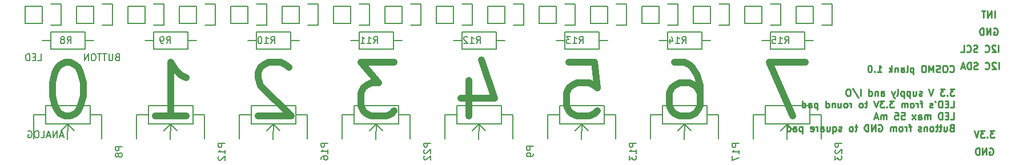
<source format=gbo>
G04 #@! TF.FileFunction,Legend,Bot*
%FSLAX46Y46*%
G04 Gerber Fmt 4.6, Leading zero omitted, Abs format (unit mm)*
G04 Created by KiCad (PCBNEW 4.0.4-1.fc25-product) date Sun Oct 23 22:01:47 2016*
%MOMM*%
%LPD*%
G01*
G04 APERTURE LIST*
%ADD10C,0.100000*%
%ADD11C,0.200000*%
%ADD12C,0.250000*%
%ADD13C,1.000000*%
%ADD14C,0.150000*%
G04 APERTURE END LIST*
D10*
D11*
X24717048Y-83986667D02*
X24240857Y-83986667D01*
X24812286Y-84272381D02*
X24478953Y-83272381D01*
X24145619Y-84272381D01*
X23812286Y-84272381D02*
X23812286Y-83272381D01*
X23240857Y-84272381D01*
X23240857Y-83272381D01*
X22812286Y-83986667D02*
X22336095Y-83986667D01*
X22907524Y-84272381D02*
X22574191Y-83272381D01*
X22240857Y-84272381D01*
X21431333Y-84272381D02*
X21907524Y-84272381D01*
X21907524Y-83272381D01*
X20907524Y-83272381D02*
X20717047Y-83272381D01*
X20621809Y-83320000D01*
X20526571Y-83415238D01*
X20478952Y-83605714D01*
X20478952Y-83939048D01*
X20526571Y-84129524D01*
X20621809Y-84224762D01*
X20717047Y-84272381D01*
X20907524Y-84272381D01*
X21002762Y-84224762D01*
X21098000Y-84129524D01*
X21145619Y-83939048D01*
X21145619Y-83605714D01*
X21098000Y-83415238D01*
X21002762Y-83320000D01*
X20907524Y-83272381D01*
X19526571Y-83320000D02*
X19621809Y-83272381D01*
X19764666Y-83272381D01*
X19907524Y-83320000D01*
X20002762Y-83415238D01*
X20050381Y-83510476D01*
X20098000Y-83700952D01*
X20098000Y-83843810D01*
X20050381Y-84034286D01*
X20002762Y-84129524D01*
X19907524Y-84224762D01*
X19764666Y-84272381D01*
X19669428Y-84272381D01*
X19526571Y-84224762D01*
X19478952Y-84177143D01*
X19478952Y-83843810D01*
X19669428Y-83843810D01*
X32741904Y-72318571D02*
X32599047Y-72366190D01*
X32551428Y-72413810D01*
X32503809Y-72509048D01*
X32503809Y-72651905D01*
X32551428Y-72747143D01*
X32599047Y-72794762D01*
X32694285Y-72842381D01*
X33075238Y-72842381D01*
X33075238Y-71842381D01*
X32741904Y-71842381D01*
X32646666Y-71890000D01*
X32599047Y-71937619D01*
X32551428Y-72032857D01*
X32551428Y-72128095D01*
X32599047Y-72223333D01*
X32646666Y-72270952D01*
X32741904Y-72318571D01*
X33075238Y-72318571D01*
X32075238Y-71842381D02*
X32075238Y-72651905D01*
X32027619Y-72747143D01*
X31980000Y-72794762D01*
X31884762Y-72842381D01*
X31694285Y-72842381D01*
X31599047Y-72794762D01*
X31551428Y-72747143D01*
X31503809Y-72651905D01*
X31503809Y-71842381D01*
X31170476Y-71842381D02*
X30599047Y-71842381D01*
X30884762Y-72842381D02*
X30884762Y-71842381D01*
X30408571Y-71842381D02*
X29837142Y-71842381D01*
X30122857Y-72842381D02*
X30122857Y-71842381D01*
X29313333Y-71842381D02*
X29122856Y-71842381D01*
X29027618Y-71890000D01*
X28932380Y-71985238D01*
X28884761Y-72175714D01*
X28884761Y-72509048D01*
X28932380Y-72699524D01*
X29027618Y-72794762D01*
X29122856Y-72842381D01*
X29313333Y-72842381D01*
X29408571Y-72794762D01*
X29503809Y-72699524D01*
X29551428Y-72509048D01*
X29551428Y-72175714D01*
X29503809Y-71985238D01*
X29408571Y-71890000D01*
X29313333Y-71842381D01*
X28456190Y-72842381D02*
X28456190Y-71842381D01*
X27884761Y-72842381D01*
X27884761Y-71842381D01*
X20962857Y-72842381D02*
X21439048Y-72842381D01*
X21439048Y-71842381D01*
X20629524Y-72318571D02*
X20296190Y-72318571D01*
X20153333Y-72842381D02*
X20629524Y-72842381D01*
X20629524Y-71842381D01*
X20153333Y-71842381D01*
X19724762Y-72842381D02*
X19724762Y-71842381D01*
X19486667Y-71842381D01*
X19343809Y-71890000D01*
X19248571Y-71985238D01*
X19200952Y-72080476D01*
X19153333Y-72270952D01*
X19153333Y-72413810D01*
X19200952Y-72604286D01*
X19248571Y-72699524D01*
X19343809Y-72794762D01*
X19486667Y-72842381D01*
X19724762Y-72842381D01*
D12*
X162829762Y-66492381D02*
X162829762Y-65492381D01*
X162353572Y-66492381D02*
X162353572Y-65492381D01*
X161782143Y-66492381D01*
X161782143Y-65492381D01*
X161448810Y-65492381D02*
X160877381Y-65492381D01*
X161163096Y-66492381D02*
X161163096Y-65492381D01*
X162686904Y-68080000D02*
X162782142Y-68032381D01*
X162924999Y-68032381D01*
X163067857Y-68080000D01*
X163163095Y-68175238D01*
X163210714Y-68270476D01*
X163258333Y-68460952D01*
X163258333Y-68603810D01*
X163210714Y-68794286D01*
X163163095Y-68889524D01*
X163067857Y-68984762D01*
X162924999Y-69032381D01*
X162829761Y-69032381D01*
X162686904Y-68984762D01*
X162639285Y-68937143D01*
X162639285Y-68603810D01*
X162829761Y-68603810D01*
X162210714Y-69032381D02*
X162210714Y-68032381D01*
X161639285Y-69032381D01*
X161639285Y-68032381D01*
X161163095Y-69032381D02*
X161163095Y-68032381D01*
X160925000Y-68032381D01*
X160782142Y-68080000D01*
X160686904Y-68175238D01*
X160639285Y-68270476D01*
X160591666Y-68460952D01*
X160591666Y-68603810D01*
X160639285Y-68794286D01*
X160686904Y-68889524D01*
X160782142Y-68984762D01*
X160925000Y-69032381D01*
X161163095Y-69032381D01*
X163393095Y-71572381D02*
X163393095Y-70572381D01*
X162964524Y-70667619D02*
X162916905Y-70620000D01*
X162821667Y-70572381D01*
X162583571Y-70572381D01*
X162488333Y-70620000D01*
X162440714Y-70667619D01*
X162393095Y-70762857D01*
X162393095Y-70858095D01*
X162440714Y-71000952D01*
X163012143Y-71572381D01*
X162393095Y-71572381D01*
X161393095Y-71477143D02*
X161440714Y-71524762D01*
X161583571Y-71572381D01*
X161678809Y-71572381D01*
X161821667Y-71524762D01*
X161916905Y-71429524D01*
X161964524Y-71334286D01*
X162012143Y-71143810D01*
X162012143Y-71000952D01*
X161964524Y-70810476D01*
X161916905Y-70715238D01*
X161821667Y-70620000D01*
X161678809Y-70572381D01*
X161583571Y-70572381D01*
X161440714Y-70620000D01*
X161393095Y-70667619D01*
X160250238Y-71524762D02*
X160107381Y-71572381D01*
X159869285Y-71572381D01*
X159774047Y-71524762D01*
X159726428Y-71477143D01*
X159678809Y-71381905D01*
X159678809Y-71286667D01*
X159726428Y-71191429D01*
X159774047Y-71143810D01*
X159869285Y-71096190D01*
X160059762Y-71048571D01*
X160155000Y-71000952D01*
X160202619Y-70953333D01*
X160250238Y-70858095D01*
X160250238Y-70762857D01*
X160202619Y-70667619D01*
X160155000Y-70620000D01*
X160059762Y-70572381D01*
X159821666Y-70572381D01*
X159678809Y-70620000D01*
X158678809Y-71477143D02*
X158726428Y-71524762D01*
X158869285Y-71572381D01*
X158964523Y-71572381D01*
X159107381Y-71524762D01*
X159202619Y-71429524D01*
X159250238Y-71334286D01*
X159297857Y-71143810D01*
X159297857Y-71000952D01*
X159250238Y-70810476D01*
X159202619Y-70715238D01*
X159107381Y-70620000D01*
X158964523Y-70572381D01*
X158869285Y-70572381D01*
X158726428Y-70620000D01*
X158678809Y-70667619D01*
X157774047Y-71572381D02*
X158250238Y-71572381D01*
X158250238Y-70572381D01*
X163416905Y-74112381D02*
X163416905Y-73112381D01*
X162988334Y-73207619D02*
X162940715Y-73160000D01*
X162845477Y-73112381D01*
X162607381Y-73112381D01*
X162512143Y-73160000D01*
X162464524Y-73207619D01*
X162416905Y-73302857D01*
X162416905Y-73398095D01*
X162464524Y-73540952D01*
X163035953Y-74112381D01*
X162416905Y-74112381D01*
X161416905Y-74017143D02*
X161464524Y-74064762D01*
X161607381Y-74112381D01*
X161702619Y-74112381D01*
X161845477Y-74064762D01*
X161940715Y-73969524D01*
X161988334Y-73874286D01*
X162035953Y-73683810D01*
X162035953Y-73540952D01*
X161988334Y-73350476D01*
X161940715Y-73255238D01*
X161845477Y-73160000D01*
X161702619Y-73112381D01*
X161607381Y-73112381D01*
X161464524Y-73160000D01*
X161416905Y-73207619D01*
X160274048Y-74064762D02*
X160131191Y-74112381D01*
X159893095Y-74112381D01*
X159797857Y-74064762D01*
X159750238Y-74017143D01*
X159702619Y-73921905D01*
X159702619Y-73826667D01*
X159750238Y-73731429D01*
X159797857Y-73683810D01*
X159893095Y-73636190D01*
X160083572Y-73588571D01*
X160178810Y-73540952D01*
X160226429Y-73493333D01*
X160274048Y-73398095D01*
X160274048Y-73302857D01*
X160226429Y-73207619D01*
X160178810Y-73160000D01*
X160083572Y-73112381D01*
X159845476Y-73112381D01*
X159702619Y-73160000D01*
X159274048Y-74112381D02*
X159274048Y-73112381D01*
X159035953Y-73112381D01*
X158893095Y-73160000D01*
X158797857Y-73255238D01*
X158750238Y-73350476D01*
X158702619Y-73540952D01*
X158702619Y-73683810D01*
X158750238Y-73874286D01*
X158797857Y-73969524D01*
X158893095Y-74064762D01*
X159035953Y-74112381D01*
X159274048Y-74112381D01*
X158321667Y-73826667D02*
X157845476Y-73826667D01*
X158416905Y-74112381D02*
X158083572Y-73112381D01*
X157750238Y-74112381D01*
X162766190Y-83272381D02*
X162147142Y-83272381D01*
X162480476Y-83653333D01*
X162337618Y-83653333D01*
X162242380Y-83700952D01*
X162194761Y-83748571D01*
X162147142Y-83843810D01*
X162147142Y-84081905D01*
X162194761Y-84177143D01*
X162242380Y-84224762D01*
X162337618Y-84272381D01*
X162623333Y-84272381D01*
X162718571Y-84224762D01*
X162766190Y-84177143D01*
X161718571Y-84177143D02*
X161670952Y-84224762D01*
X161718571Y-84272381D01*
X161766190Y-84224762D01*
X161718571Y-84177143D01*
X161718571Y-84272381D01*
X161337619Y-83272381D02*
X160718571Y-83272381D01*
X161051905Y-83653333D01*
X160909047Y-83653333D01*
X160813809Y-83700952D01*
X160766190Y-83748571D01*
X160718571Y-83843810D01*
X160718571Y-84081905D01*
X160766190Y-84177143D01*
X160813809Y-84224762D01*
X160909047Y-84272381D01*
X161194762Y-84272381D01*
X161290000Y-84224762D01*
X161337619Y-84177143D01*
X160432857Y-83272381D02*
X160099524Y-84272381D01*
X159766190Y-83272381D01*
X162051904Y-85860000D02*
X162147142Y-85812381D01*
X162289999Y-85812381D01*
X162432857Y-85860000D01*
X162528095Y-85955238D01*
X162575714Y-86050476D01*
X162623333Y-86240952D01*
X162623333Y-86383810D01*
X162575714Y-86574286D01*
X162528095Y-86669524D01*
X162432857Y-86764762D01*
X162289999Y-86812381D01*
X162194761Y-86812381D01*
X162051904Y-86764762D01*
X162004285Y-86717143D01*
X162004285Y-86383810D01*
X162194761Y-86383810D01*
X161575714Y-86812381D02*
X161575714Y-85812381D01*
X161004285Y-86812381D01*
X161004285Y-85812381D01*
X160528095Y-86812381D02*
X160528095Y-85812381D01*
X160290000Y-85812381D01*
X160147142Y-85860000D01*
X160051904Y-85955238D01*
X160004285Y-86050476D01*
X159956666Y-86240952D01*
X159956666Y-86383810D01*
X160004285Y-86574286D01*
X160051904Y-86669524D01*
X160147142Y-86764762D01*
X160290000Y-86812381D01*
X160528095Y-86812381D01*
X156162476Y-74468143D02*
X156210095Y-74515762D01*
X156352952Y-74563381D01*
X156448190Y-74563381D01*
X156591048Y-74515762D01*
X156686286Y-74420524D01*
X156733905Y-74325286D01*
X156781524Y-74134810D01*
X156781524Y-73991952D01*
X156733905Y-73801476D01*
X156686286Y-73706238D01*
X156591048Y-73611000D01*
X156448190Y-73563381D01*
X156352952Y-73563381D01*
X156210095Y-73611000D01*
X156162476Y-73658619D01*
X155543429Y-73563381D02*
X155352952Y-73563381D01*
X155257714Y-73611000D01*
X155162476Y-73706238D01*
X155114857Y-73896714D01*
X155114857Y-74230048D01*
X155162476Y-74420524D01*
X155257714Y-74515762D01*
X155352952Y-74563381D01*
X155543429Y-74563381D01*
X155638667Y-74515762D01*
X155733905Y-74420524D01*
X155781524Y-74230048D01*
X155781524Y-73896714D01*
X155733905Y-73706238D01*
X155638667Y-73611000D01*
X155543429Y-73563381D01*
X154733905Y-74515762D02*
X154591048Y-74563381D01*
X154352952Y-74563381D01*
X154257714Y-74515762D01*
X154210095Y-74468143D01*
X154162476Y-74372905D01*
X154162476Y-74277667D01*
X154210095Y-74182429D01*
X154257714Y-74134810D01*
X154352952Y-74087190D01*
X154543429Y-74039571D01*
X154638667Y-73991952D01*
X154686286Y-73944333D01*
X154733905Y-73849095D01*
X154733905Y-73753857D01*
X154686286Y-73658619D01*
X154638667Y-73611000D01*
X154543429Y-73563381D01*
X154305333Y-73563381D01*
X154162476Y-73611000D01*
X153733905Y-74563381D02*
X153733905Y-73563381D01*
X153400571Y-74277667D01*
X153067238Y-73563381D01*
X153067238Y-74563381D01*
X152400572Y-73563381D02*
X152210095Y-73563381D01*
X152114857Y-73611000D01*
X152019619Y-73706238D01*
X151972000Y-73896714D01*
X151972000Y-74230048D01*
X152019619Y-74420524D01*
X152114857Y-74515762D01*
X152210095Y-74563381D01*
X152400572Y-74563381D01*
X152495810Y-74515762D01*
X152591048Y-74420524D01*
X152638667Y-74230048D01*
X152638667Y-73896714D01*
X152591048Y-73706238D01*
X152495810Y-73611000D01*
X152400572Y-73563381D01*
X150781524Y-73896714D02*
X150781524Y-74896714D01*
X150781524Y-73944333D02*
X150686286Y-73896714D01*
X150495809Y-73896714D01*
X150400571Y-73944333D01*
X150352952Y-73991952D01*
X150305333Y-74087190D01*
X150305333Y-74372905D01*
X150352952Y-74468143D01*
X150400571Y-74515762D01*
X150495809Y-74563381D01*
X150686286Y-74563381D01*
X150781524Y-74515762D01*
X149733905Y-74563381D02*
X149829143Y-74515762D01*
X149876762Y-74420524D01*
X149876762Y-73563381D01*
X148924380Y-74563381D02*
X148924380Y-74039571D01*
X148971999Y-73944333D01*
X149067237Y-73896714D01*
X149257714Y-73896714D01*
X149352952Y-73944333D01*
X148924380Y-74515762D02*
X149019618Y-74563381D01*
X149257714Y-74563381D01*
X149352952Y-74515762D01*
X149400571Y-74420524D01*
X149400571Y-74325286D01*
X149352952Y-74230048D01*
X149257714Y-74182429D01*
X149019618Y-74182429D01*
X148924380Y-74134810D01*
X148448190Y-73896714D02*
X148448190Y-74563381D01*
X148448190Y-73991952D02*
X148400571Y-73944333D01*
X148305333Y-73896714D01*
X148162475Y-73896714D01*
X148067237Y-73944333D01*
X148019618Y-74039571D01*
X148019618Y-74563381D01*
X147543428Y-74563381D02*
X147543428Y-73563381D01*
X147448190Y-74182429D02*
X147162475Y-74563381D01*
X147162475Y-73896714D02*
X147543428Y-74277667D01*
X145448189Y-74563381D02*
X146019618Y-74563381D01*
X145733904Y-74563381D02*
X145733904Y-73563381D01*
X145829142Y-73706238D01*
X145924380Y-73801476D01*
X146019618Y-73849095D01*
X145019618Y-74468143D02*
X144971999Y-74515762D01*
X145019618Y-74563381D01*
X145067237Y-74515762D01*
X145019618Y-74468143D01*
X145019618Y-74563381D01*
X144352952Y-73563381D02*
X144257713Y-73563381D01*
X144162475Y-73611000D01*
X144114856Y-73658619D01*
X144067237Y-73753857D01*
X144019618Y-73944333D01*
X144019618Y-74182429D01*
X144067237Y-74372905D01*
X144114856Y-74468143D01*
X144162475Y-74515762D01*
X144257713Y-74563381D01*
X144352952Y-74563381D01*
X144448190Y-74515762D01*
X144495809Y-74468143D01*
X144543428Y-74372905D01*
X144591047Y-74182429D01*
X144591047Y-73944333D01*
X144543428Y-73753857D01*
X144495809Y-73658619D01*
X144448190Y-73611000D01*
X144352952Y-73563381D01*
X156829143Y-77063381D02*
X156210095Y-77063381D01*
X156543429Y-77444333D01*
X156400571Y-77444333D01*
X156305333Y-77491952D01*
X156257714Y-77539571D01*
X156210095Y-77634810D01*
X156210095Y-77872905D01*
X156257714Y-77968143D01*
X156305333Y-78015762D01*
X156400571Y-78063381D01*
X156686286Y-78063381D01*
X156781524Y-78015762D01*
X156829143Y-77968143D01*
X155781524Y-77968143D02*
X155733905Y-78015762D01*
X155781524Y-78063381D01*
X155829143Y-78015762D01*
X155781524Y-77968143D01*
X155781524Y-78063381D01*
X155400572Y-77063381D02*
X154781524Y-77063381D01*
X155114858Y-77444333D01*
X154972000Y-77444333D01*
X154876762Y-77491952D01*
X154829143Y-77539571D01*
X154781524Y-77634810D01*
X154781524Y-77872905D01*
X154829143Y-77968143D01*
X154876762Y-78015762D01*
X154972000Y-78063381D01*
X155257715Y-78063381D01*
X155352953Y-78015762D01*
X155400572Y-77968143D01*
X153733905Y-77063381D02*
X153400572Y-78063381D01*
X153067238Y-77063381D01*
X152019619Y-78015762D02*
X151924381Y-78063381D01*
X151733905Y-78063381D01*
X151638666Y-78015762D01*
X151591047Y-77920524D01*
X151591047Y-77872905D01*
X151638666Y-77777667D01*
X151733905Y-77730048D01*
X151876762Y-77730048D01*
X151972000Y-77682429D01*
X152019619Y-77587190D01*
X152019619Y-77539571D01*
X151972000Y-77444333D01*
X151876762Y-77396714D01*
X151733905Y-77396714D01*
X151638666Y-77444333D01*
X150733904Y-77396714D02*
X150733904Y-78063381D01*
X151162476Y-77396714D02*
X151162476Y-77920524D01*
X151114857Y-78015762D01*
X151019619Y-78063381D01*
X150876761Y-78063381D01*
X150781523Y-78015762D01*
X150733904Y-77968143D01*
X150257714Y-77396714D02*
X150257714Y-78396714D01*
X150257714Y-77444333D02*
X150162476Y-77396714D01*
X149971999Y-77396714D01*
X149876761Y-77444333D01*
X149829142Y-77491952D01*
X149781523Y-77587190D01*
X149781523Y-77872905D01*
X149829142Y-77968143D01*
X149876761Y-78015762D01*
X149971999Y-78063381D01*
X150162476Y-78063381D01*
X150257714Y-78015762D01*
X149352952Y-77396714D02*
X149352952Y-78396714D01*
X149352952Y-77444333D02*
X149257714Y-77396714D01*
X149067237Y-77396714D01*
X148971999Y-77444333D01*
X148924380Y-77491952D01*
X148876761Y-77587190D01*
X148876761Y-77872905D01*
X148924380Y-77968143D01*
X148971999Y-78015762D01*
X149067237Y-78063381D01*
X149257714Y-78063381D01*
X149352952Y-78015762D01*
X148305333Y-78063381D02*
X148400571Y-78015762D01*
X148448190Y-77920524D01*
X148448190Y-77063381D01*
X148019618Y-77396714D02*
X147781523Y-78063381D01*
X147543427Y-77396714D02*
X147781523Y-78063381D01*
X147876761Y-78301476D01*
X147924380Y-78349095D01*
X148019618Y-78396714D01*
X145971998Y-78063381D02*
X145971998Y-77539571D01*
X146019617Y-77444333D01*
X146114855Y-77396714D01*
X146305332Y-77396714D01*
X146400570Y-77444333D01*
X145971998Y-78015762D02*
X146067236Y-78063381D01*
X146305332Y-78063381D01*
X146400570Y-78015762D01*
X146448189Y-77920524D01*
X146448189Y-77825286D01*
X146400570Y-77730048D01*
X146305332Y-77682429D01*
X146067236Y-77682429D01*
X145971998Y-77634810D01*
X145495808Y-77396714D02*
X145495808Y-78063381D01*
X145495808Y-77491952D02*
X145448189Y-77444333D01*
X145352951Y-77396714D01*
X145210093Y-77396714D01*
X145114855Y-77444333D01*
X145067236Y-77539571D01*
X145067236Y-78063381D01*
X144162474Y-78063381D02*
X144162474Y-77063381D01*
X144162474Y-78015762D02*
X144257712Y-78063381D01*
X144448189Y-78063381D01*
X144543427Y-78015762D01*
X144591046Y-77968143D01*
X144638665Y-77872905D01*
X144638665Y-77587190D01*
X144591046Y-77491952D01*
X144543427Y-77444333D01*
X144448189Y-77396714D01*
X144257712Y-77396714D01*
X144162474Y-77444333D01*
X142924379Y-78063381D02*
X142924379Y-77063381D01*
X141733903Y-77015762D02*
X142591046Y-78301476D01*
X141210094Y-77063381D02*
X141019617Y-77063381D01*
X140924379Y-77111000D01*
X140829141Y-77206238D01*
X140781522Y-77396714D01*
X140781522Y-77730048D01*
X140829141Y-77920524D01*
X140924379Y-78015762D01*
X141019617Y-78063381D01*
X141210094Y-78063381D01*
X141305332Y-78015762D01*
X141400570Y-77920524D01*
X141448189Y-77730048D01*
X141448189Y-77396714D01*
X141400570Y-77206238D01*
X141305332Y-77111000D01*
X141210094Y-77063381D01*
X156257714Y-79813381D02*
X156733905Y-79813381D01*
X156733905Y-78813381D01*
X155924381Y-79289571D02*
X155591047Y-79289571D01*
X155448190Y-79813381D02*
X155924381Y-79813381D01*
X155924381Y-78813381D01*
X155448190Y-78813381D01*
X155019619Y-79813381D02*
X155019619Y-78813381D01*
X154781524Y-78813381D01*
X154638666Y-78861000D01*
X154543428Y-78956238D01*
X154495809Y-79051476D01*
X154448190Y-79241952D01*
X154448190Y-79384810D01*
X154495809Y-79575286D01*
X154543428Y-79670524D01*
X154638666Y-79765762D01*
X154781524Y-79813381D01*
X155019619Y-79813381D01*
X153972000Y-78813381D02*
X154067238Y-79003857D01*
X153591048Y-79765762D02*
X153495810Y-79813381D01*
X153305334Y-79813381D01*
X153210095Y-79765762D01*
X153162476Y-79670524D01*
X153162476Y-79622905D01*
X153210095Y-79527667D01*
X153305334Y-79480048D01*
X153448191Y-79480048D01*
X153543429Y-79432429D01*
X153591048Y-79337190D01*
X153591048Y-79289571D01*
X153543429Y-79194333D01*
X153448191Y-79146714D01*
X153305334Y-79146714D01*
X153210095Y-79194333D01*
X152114857Y-79146714D02*
X151733905Y-79146714D01*
X151972000Y-79813381D02*
X151972000Y-78956238D01*
X151924381Y-78861000D01*
X151829143Y-78813381D01*
X151733905Y-78813381D01*
X151400571Y-79813381D02*
X151400571Y-79146714D01*
X151400571Y-79337190D02*
X151352952Y-79241952D01*
X151305333Y-79194333D01*
X151210095Y-79146714D01*
X151114856Y-79146714D01*
X150638666Y-79813381D02*
X150733904Y-79765762D01*
X150781523Y-79718143D01*
X150829142Y-79622905D01*
X150829142Y-79337190D01*
X150781523Y-79241952D01*
X150733904Y-79194333D01*
X150638666Y-79146714D01*
X150495808Y-79146714D01*
X150400570Y-79194333D01*
X150352951Y-79241952D01*
X150305332Y-79337190D01*
X150305332Y-79622905D01*
X150352951Y-79718143D01*
X150400570Y-79765762D01*
X150495808Y-79813381D01*
X150638666Y-79813381D01*
X149876761Y-79813381D02*
X149876761Y-79146714D01*
X149876761Y-79241952D02*
X149829142Y-79194333D01*
X149733904Y-79146714D01*
X149591046Y-79146714D01*
X149495808Y-79194333D01*
X149448189Y-79289571D01*
X149448189Y-79813381D01*
X149448189Y-79289571D02*
X149400570Y-79194333D01*
X149305332Y-79146714D01*
X149162475Y-79146714D01*
X149067237Y-79194333D01*
X149019618Y-79289571D01*
X149019618Y-79813381D01*
X147876761Y-78813381D02*
X147257713Y-78813381D01*
X147591047Y-79194333D01*
X147448189Y-79194333D01*
X147352951Y-79241952D01*
X147305332Y-79289571D01*
X147257713Y-79384810D01*
X147257713Y-79622905D01*
X147305332Y-79718143D01*
X147352951Y-79765762D01*
X147448189Y-79813381D01*
X147733904Y-79813381D01*
X147829142Y-79765762D01*
X147876761Y-79718143D01*
X146829142Y-79718143D02*
X146781523Y-79765762D01*
X146829142Y-79813381D01*
X146876761Y-79765762D01*
X146829142Y-79718143D01*
X146829142Y-79813381D01*
X146448190Y-78813381D02*
X145829142Y-78813381D01*
X146162476Y-79194333D01*
X146019618Y-79194333D01*
X145924380Y-79241952D01*
X145876761Y-79289571D01*
X145829142Y-79384810D01*
X145829142Y-79622905D01*
X145876761Y-79718143D01*
X145924380Y-79765762D01*
X146019618Y-79813381D01*
X146305333Y-79813381D01*
X146400571Y-79765762D01*
X146448190Y-79718143D01*
X145543428Y-78813381D02*
X145210095Y-79813381D01*
X144876761Y-78813381D01*
X143924380Y-79146714D02*
X143543428Y-79146714D01*
X143781523Y-78813381D02*
X143781523Y-79670524D01*
X143733904Y-79765762D01*
X143638666Y-79813381D01*
X143543428Y-79813381D01*
X143067237Y-79813381D02*
X143162475Y-79765762D01*
X143210094Y-79718143D01*
X143257713Y-79622905D01*
X143257713Y-79337190D01*
X143210094Y-79241952D01*
X143162475Y-79194333D01*
X143067237Y-79146714D01*
X142924379Y-79146714D01*
X142829141Y-79194333D01*
X142781522Y-79241952D01*
X142733903Y-79337190D01*
X142733903Y-79622905D01*
X142781522Y-79718143D01*
X142829141Y-79765762D01*
X142924379Y-79813381D01*
X143067237Y-79813381D01*
X141543427Y-79813381D02*
X141543427Y-79146714D01*
X141543427Y-79337190D02*
X141495808Y-79241952D01*
X141448189Y-79194333D01*
X141352951Y-79146714D01*
X141257712Y-79146714D01*
X140781522Y-79813381D02*
X140876760Y-79765762D01*
X140924379Y-79718143D01*
X140971998Y-79622905D01*
X140971998Y-79337190D01*
X140924379Y-79241952D01*
X140876760Y-79194333D01*
X140781522Y-79146714D01*
X140638664Y-79146714D01*
X140543426Y-79194333D01*
X140495807Y-79241952D01*
X140448188Y-79337190D01*
X140448188Y-79622905D01*
X140495807Y-79718143D01*
X140543426Y-79765762D01*
X140638664Y-79813381D01*
X140781522Y-79813381D01*
X139591045Y-79146714D02*
X139591045Y-79813381D01*
X140019617Y-79146714D02*
X140019617Y-79670524D01*
X139971998Y-79765762D01*
X139876760Y-79813381D01*
X139733902Y-79813381D01*
X139638664Y-79765762D01*
X139591045Y-79718143D01*
X139114855Y-79146714D02*
X139114855Y-79813381D01*
X139114855Y-79241952D02*
X139067236Y-79194333D01*
X138971998Y-79146714D01*
X138829140Y-79146714D01*
X138733902Y-79194333D01*
X138686283Y-79289571D01*
X138686283Y-79813381D01*
X137781521Y-79813381D02*
X137781521Y-78813381D01*
X137781521Y-79765762D02*
X137876759Y-79813381D01*
X138067236Y-79813381D01*
X138162474Y-79765762D01*
X138210093Y-79718143D01*
X138257712Y-79622905D01*
X138257712Y-79337190D01*
X138210093Y-79241952D01*
X138162474Y-79194333D01*
X138067236Y-79146714D01*
X137876759Y-79146714D01*
X137781521Y-79194333D01*
X136543426Y-79146714D02*
X136543426Y-80146714D01*
X136543426Y-79194333D02*
X136448188Y-79146714D01*
X136257711Y-79146714D01*
X136162473Y-79194333D01*
X136114854Y-79241952D01*
X136067235Y-79337190D01*
X136067235Y-79622905D01*
X136114854Y-79718143D01*
X136162473Y-79765762D01*
X136257711Y-79813381D01*
X136448188Y-79813381D01*
X136543426Y-79765762D01*
X135210092Y-79813381D02*
X135210092Y-79289571D01*
X135257711Y-79194333D01*
X135352949Y-79146714D01*
X135543426Y-79146714D01*
X135638664Y-79194333D01*
X135210092Y-79765762D02*
X135305330Y-79813381D01*
X135543426Y-79813381D01*
X135638664Y-79765762D01*
X135686283Y-79670524D01*
X135686283Y-79575286D01*
X135638664Y-79480048D01*
X135543426Y-79432429D01*
X135305330Y-79432429D01*
X135210092Y-79384810D01*
X134305330Y-79813381D02*
X134305330Y-78813381D01*
X134305330Y-79765762D02*
X134400568Y-79813381D01*
X134591045Y-79813381D01*
X134686283Y-79765762D01*
X134733902Y-79718143D01*
X134781521Y-79622905D01*
X134781521Y-79337190D01*
X134733902Y-79241952D01*
X134686283Y-79194333D01*
X134591045Y-79146714D01*
X134400568Y-79146714D01*
X134305330Y-79194333D01*
X156257714Y-81563381D02*
X156733905Y-81563381D01*
X156733905Y-80563381D01*
X155924381Y-81039571D02*
X155591047Y-81039571D01*
X155448190Y-81563381D02*
X155924381Y-81563381D01*
X155924381Y-80563381D01*
X155448190Y-80563381D01*
X155019619Y-81563381D02*
X155019619Y-80563381D01*
X154781524Y-80563381D01*
X154638666Y-80611000D01*
X154543428Y-80706238D01*
X154495809Y-80801476D01*
X154448190Y-80991952D01*
X154448190Y-81134810D01*
X154495809Y-81325286D01*
X154543428Y-81420524D01*
X154638666Y-81515762D01*
X154781524Y-81563381D01*
X155019619Y-81563381D01*
X153257714Y-81563381D02*
X153257714Y-80896714D01*
X153257714Y-80991952D02*
X153210095Y-80944333D01*
X153114857Y-80896714D01*
X152971999Y-80896714D01*
X152876761Y-80944333D01*
X152829142Y-81039571D01*
X152829142Y-81563381D01*
X152829142Y-81039571D02*
X152781523Y-80944333D01*
X152686285Y-80896714D01*
X152543428Y-80896714D01*
X152448190Y-80944333D01*
X152400571Y-81039571D01*
X152400571Y-81563381D01*
X151495809Y-81563381D02*
X151495809Y-81039571D01*
X151543428Y-80944333D01*
X151638666Y-80896714D01*
X151829143Y-80896714D01*
X151924381Y-80944333D01*
X151495809Y-81515762D02*
X151591047Y-81563381D01*
X151829143Y-81563381D01*
X151924381Y-81515762D01*
X151972000Y-81420524D01*
X151972000Y-81325286D01*
X151924381Y-81230048D01*
X151829143Y-81182429D01*
X151591047Y-81182429D01*
X151495809Y-81134810D01*
X151114857Y-81563381D02*
X150591047Y-80896714D01*
X151114857Y-80896714D02*
X150591047Y-81563381D01*
X148971999Y-80563381D02*
X149448190Y-80563381D01*
X149495809Y-81039571D01*
X149448190Y-80991952D01*
X149352952Y-80944333D01*
X149114856Y-80944333D01*
X149019618Y-80991952D01*
X148971999Y-81039571D01*
X148924380Y-81134810D01*
X148924380Y-81372905D01*
X148971999Y-81468143D01*
X149019618Y-81515762D01*
X149114856Y-81563381D01*
X149352952Y-81563381D01*
X149448190Y-81515762D01*
X149495809Y-81468143D01*
X148019618Y-80563381D02*
X148495809Y-80563381D01*
X148543428Y-81039571D01*
X148495809Y-80991952D01*
X148400571Y-80944333D01*
X148162475Y-80944333D01*
X148067237Y-80991952D01*
X148019618Y-81039571D01*
X147971999Y-81134810D01*
X147971999Y-81372905D01*
X148019618Y-81468143D01*
X148067237Y-81515762D01*
X148162475Y-81563381D01*
X148400571Y-81563381D01*
X148495809Y-81515762D01*
X148543428Y-81468143D01*
X146781523Y-81563381D02*
X146781523Y-80896714D01*
X146781523Y-80991952D02*
X146733904Y-80944333D01*
X146638666Y-80896714D01*
X146495808Y-80896714D01*
X146400570Y-80944333D01*
X146352951Y-81039571D01*
X146352951Y-81563381D01*
X146352951Y-81039571D02*
X146305332Y-80944333D01*
X146210094Y-80896714D01*
X146067237Y-80896714D01*
X145971999Y-80944333D01*
X145924380Y-81039571D01*
X145924380Y-81563381D01*
X145495809Y-81277667D02*
X145019618Y-81277667D01*
X145591047Y-81563381D02*
X145257714Y-80563381D01*
X144924380Y-81563381D01*
X156400571Y-82789571D02*
X156257714Y-82837190D01*
X156210095Y-82884810D01*
X156162476Y-82980048D01*
X156162476Y-83122905D01*
X156210095Y-83218143D01*
X156257714Y-83265762D01*
X156352952Y-83313381D01*
X156733905Y-83313381D01*
X156733905Y-82313381D01*
X156400571Y-82313381D01*
X156305333Y-82361000D01*
X156257714Y-82408619D01*
X156210095Y-82503857D01*
X156210095Y-82599095D01*
X156257714Y-82694333D01*
X156305333Y-82741952D01*
X156400571Y-82789571D01*
X156733905Y-82789571D01*
X155305333Y-82646714D02*
X155305333Y-83313381D01*
X155733905Y-82646714D02*
X155733905Y-83170524D01*
X155686286Y-83265762D01*
X155591048Y-83313381D01*
X155448190Y-83313381D01*
X155352952Y-83265762D01*
X155305333Y-83218143D01*
X154972000Y-82646714D02*
X154591048Y-82646714D01*
X154829143Y-82313381D02*
X154829143Y-83170524D01*
X154781524Y-83265762D01*
X154686286Y-83313381D01*
X154591048Y-83313381D01*
X154400571Y-82646714D02*
X154019619Y-82646714D01*
X154257714Y-82313381D02*
X154257714Y-83170524D01*
X154210095Y-83265762D01*
X154114857Y-83313381D01*
X154019619Y-83313381D01*
X153543428Y-83313381D02*
X153638666Y-83265762D01*
X153686285Y-83218143D01*
X153733904Y-83122905D01*
X153733904Y-82837190D01*
X153686285Y-82741952D01*
X153638666Y-82694333D01*
X153543428Y-82646714D01*
X153400570Y-82646714D01*
X153305332Y-82694333D01*
X153257713Y-82741952D01*
X153210094Y-82837190D01*
X153210094Y-83122905D01*
X153257713Y-83218143D01*
X153305332Y-83265762D01*
X153400570Y-83313381D01*
X153543428Y-83313381D01*
X152781523Y-82646714D02*
X152781523Y-83313381D01*
X152781523Y-82741952D02*
X152733904Y-82694333D01*
X152638666Y-82646714D01*
X152495808Y-82646714D01*
X152400570Y-82694333D01*
X152352951Y-82789571D01*
X152352951Y-83313381D01*
X151924380Y-83265762D02*
X151829142Y-83313381D01*
X151638666Y-83313381D01*
X151543427Y-83265762D01*
X151495808Y-83170524D01*
X151495808Y-83122905D01*
X151543427Y-83027667D01*
X151638666Y-82980048D01*
X151781523Y-82980048D01*
X151876761Y-82932429D01*
X151924380Y-82837190D01*
X151924380Y-82789571D01*
X151876761Y-82694333D01*
X151781523Y-82646714D01*
X151638666Y-82646714D01*
X151543427Y-82694333D01*
X150448189Y-82646714D02*
X150067237Y-82646714D01*
X150305332Y-83313381D02*
X150305332Y-82456238D01*
X150257713Y-82361000D01*
X150162475Y-82313381D01*
X150067237Y-82313381D01*
X149733903Y-83313381D02*
X149733903Y-82646714D01*
X149733903Y-82837190D02*
X149686284Y-82741952D01*
X149638665Y-82694333D01*
X149543427Y-82646714D01*
X149448188Y-82646714D01*
X148971998Y-83313381D02*
X149067236Y-83265762D01*
X149114855Y-83218143D01*
X149162474Y-83122905D01*
X149162474Y-82837190D01*
X149114855Y-82741952D01*
X149067236Y-82694333D01*
X148971998Y-82646714D01*
X148829140Y-82646714D01*
X148733902Y-82694333D01*
X148686283Y-82741952D01*
X148638664Y-82837190D01*
X148638664Y-83122905D01*
X148686283Y-83218143D01*
X148733902Y-83265762D01*
X148829140Y-83313381D01*
X148971998Y-83313381D01*
X148210093Y-83313381D02*
X148210093Y-82646714D01*
X148210093Y-82741952D02*
X148162474Y-82694333D01*
X148067236Y-82646714D01*
X147924378Y-82646714D01*
X147829140Y-82694333D01*
X147781521Y-82789571D01*
X147781521Y-83313381D01*
X147781521Y-82789571D02*
X147733902Y-82694333D01*
X147638664Y-82646714D01*
X147495807Y-82646714D01*
X147400569Y-82694333D01*
X147352950Y-82789571D01*
X147352950Y-83313381D01*
X145591045Y-82361000D02*
X145686283Y-82313381D01*
X145829140Y-82313381D01*
X145971998Y-82361000D01*
X146067236Y-82456238D01*
X146114855Y-82551476D01*
X146162474Y-82741952D01*
X146162474Y-82884810D01*
X146114855Y-83075286D01*
X146067236Y-83170524D01*
X145971998Y-83265762D01*
X145829140Y-83313381D01*
X145733902Y-83313381D01*
X145591045Y-83265762D01*
X145543426Y-83218143D01*
X145543426Y-82884810D01*
X145733902Y-82884810D01*
X145114855Y-83313381D02*
X145114855Y-82313381D01*
X144543426Y-83313381D01*
X144543426Y-82313381D01*
X144067236Y-83313381D02*
X144067236Y-82313381D01*
X143829141Y-82313381D01*
X143686283Y-82361000D01*
X143591045Y-82456238D01*
X143543426Y-82551476D01*
X143495807Y-82741952D01*
X143495807Y-82884810D01*
X143543426Y-83075286D01*
X143591045Y-83170524D01*
X143686283Y-83265762D01*
X143829141Y-83313381D01*
X144067236Y-83313381D01*
X142448188Y-82646714D02*
X142067236Y-82646714D01*
X142305331Y-82313381D02*
X142305331Y-83170524D01*
X142257712Y-83265762D01*
X142162474Y-83313381D01*
X142067236Y-83313381D01*
X141591045Y-83313381D02*
X141686283Y-83265762D01*
X141733902Y-83218143D01*
X141781521Y-83122905D01*
X141781521Y-82837190D01*
X141733902Y-82741952D01*
X141686283Y-82694333D01*
X141591045Y-82646714D01*
X141448187Y-82646714D01*
X141352949Y-82694333D01*
X141305330Y-82741952D01*
X141257711Y-82837190D01*
X141257711Y-83122905D01*
X141305330Y-83218143D01*
X141352949Y-83265762D01*
X141448187Y-83313381D01*
X141591045Y-83313381D01*
X140114854Y-83265762D02*
X140019616Y-83313381D01*
X139829140Y-83313381D01*
X139733901Y-83265762D01*
X139686282Y-83170524D01*
X139686282Y-83122905D01*
X139733901Y-83027667D01*
X139829140Y-82980048D01*
X139971997Y-82980048D01*
X140067235Y-82932429D01*
X140114854Y-82837190D01*
X140114854Y-82789571D01*
X140067235Y-82694333D01*
X139971997Y-82646714D01*
X139829140Y-82646714D01*
X139733901Y-82694333D01*
X138829139Y-82646714D02*
X138829139Y-83646714D01*
X138829139Y-83265762D02*
X138924377Y-83313381D01*
X139114854Y-83313381D01*
X139210092Y-83265762D01*
X139257711Y-83218143D01*
X139305330Y-83122905D01*
X139305330Y-82837190D01*
X139257711Y-82741952D01*
X139210092Y-82694333D01*
X139114854Y-82646714D01*
X138924377Y-82646714D01*
X138829139Y-82694333D01*
X137924377Y-82646714D02*
X137924377Y-83313381D01*
X138352949Y-82646714D02*
X138352949Y-83170524D01*
X138305330Y-83265762D01*
X138210092Y-83313381D01*
X138067234Y-83313381D01*
X137971996Y-83265762D01*
X137924377Y-83218143D01*
X137019615Y-83313381D02*
X137019615Y-82789571D01*
X137067234Y-82694333D01*
X137162472Y-82646714D01*
X137352949Y-82646714D01*
X137448187Y-82694333D01*
X137019615Y-83265762D02*
X137114853Y-83313381D01*
X137352949Y-83313381D01*
X137448187Y-83265762D01*
X137495806Y-83170524D01*
X137495806Y-83075286D01*
X137448187Y-82980048D01*
X137352949Y-82932429D01*
X137114853Y-82932429D01*
X137019615Y-82884810D01*
X136543425Y-83313381D02*
X136543425Y-82646714D01*
X136543425Y-82837190D02*
X136495806Y-82741952D01*
X136448187Y-82694333D01*
X136352949Y-82646714D01*
X136257710Y-82646714D01*
X135543424Y-83265762D02*
X135638662Y-83313381D01*
X135829139Y-83313381D01*
X135924377Y-83265762D01*
X135971996Y-83170524D01*
X135971996Y-82789571D01*
X135924377Y-82694333D01*
X135829139Y-82646714D01*
X135638662Y-82646714D01*
X135543424Y-82694333D01*
X135495805Y-82789571D01*
X135495805Y-82884810D01*
X135971996Y-82980048D01*
X134305329Y-82646714D02*
X134305329Y-83646714D01*
X134305329Y-82694333D02*
X134210091Y-82646714D01*
X134019614Y-82646714D01*
X133924376Y-82694333D01*
X133876757Y-82741952D01*
X133829138Y-82837190D01*
X133829138Y-83122905D01*
X133876757Y-83218143D01*
X133924376Y-83265762D01*
X134019614Y-83313381D01*
X134210091Y-83313381D01*
X134305329Y-83265762D01*
X132971995Y-83313381D02*
X132971995Y-82789571D01*
X133019614Y-82694333D01*
X133114852Y-82646714D01*
X133305329Y-82646714D01*
X133400567Y-82694333D01*
X132971995Y-83265762D02*
X133067233Y-83313381D01*
X133305329Y-83313381D01*
X133400567Y-83265762D01*
X133448186Y-83170524D01*
X133448186Y-83075286D01*
X133400567Y-82980048D01*
X133305329Y-82932429D01*
X133067233Y-82932429D01*
X132971995Y-82884810D01*
X132067233Y-83313381D02*
X132067233Y-82313381D01*
X132067233Y-83265762D02*
X132162471Y-83313381D01*
X132352948Y-83313381D01*
X132448186Y-83265762D01*
X132495805Y-83218143D01*
X132543424Y-83122905D01*
X132543424Y-82837190D01*
X132495805Y-82741952D01*
X132448186Y-82694333D01*
X132352948Y-82646714D01*
X132162471Y-82646714D01*
X132067233Y-82694333D01*
D13*
X134746667Y-73089048D02*
X129413334Y-73089048D01*
X132841905Y-81089048D01*
X115316191Y-73089048D02*
X116840000Y-73089048D01*
X117601905Y-73470000D01*
X117982857Y-73850952D01*
X118744762Y-74993810D01*
X119125714Y-76517619D01*
X119125714Y-79565238D01*
X118744762Y-80327143D01*
X118363810Y-80708095D01*
X117601905Y-81089048D01*
X116078095Y-81089048D01*
X115316191Y-80708095D01*
X114935238Y-80327143D01*
X114554286Y-79565238D01*
X114554286Y-77660476D01*
X114935238Y-76898571D01*
X115316191Y-76517619D01*
X116078095Y-76136667D01*
X117601905Y-76136667D01*
X118363810Y-76517619D01*
X118744762Y-76898571D01*
X119125714Y-77660476D01*
X99695238Y-73089048D02*
X103504762Y-73089048D01*
X103885714Y-76898571D01*
X103504762Y-76517619D01*
X102742857Y-76136667D01*
X100838095Y-76136667D01*
X100076191Y-76517619D01*
X99695238Y-76898571D01*
X99314286Y-77660476D01*
X99314286Y-79565238D01*
X99695238Y-80327143D01*
X100076191Y-80708095D01*
X100838095Y-81089048D01*
X102742857Y-81089048D01*
X103504762Y-80708095D01*
X103885714Y-80327143D01*
X84836191Y-75755714D02*
X84836191Y-81089048D01*
X86740953Y-72708095D02*
X88645714Y-78422381D01*
X83693334Y-78422381D01*
X73786667Y-73089048D02*
X68834286Y-73089048D01*
X71500953Y-76136667D01*
X70358095Y-76136667D01*
X69596191Y-76517619D01*
X69215238Y-76898571D01*
X68834286Y-77660476D01*
X68834286Y-79565238D01*
X69215238Y-80327143D01*
X69596191Y-80708095D01*
X70358095Y-81089048D01*
X72643810Y-81089048D01*
X73405714Y-80708095D01*
X73786667Y-80327143D01*
X58165714Y-73850952D02*
X57784762Y-73470000D01*
X57022857Y-73089048D01*
X55118095Y-73089048D01*
X54356191Y-73470000D01*
X53975238Y-73850952D01*
X53594286Y-74612857D01*
X53594286Y-75374762D01*
X53975238Y-76517619D01*
X58546667Y-81089048D01*
X53594286Y-81089048D01*
X38354286Y-81089048D02*
X42925714Y-81089048D01*
X40640000Y-81089048D02*
X40640000Y-73089048D01*
X41401905Y-74231905D01*
X42163810Y-74993810D01*
X42925714Y-75374762D01*
X25780953Y-73089048D02*
X25019048Y-73089048D01*
X24257143Y-73470000D01*
X23876191Y-73850952D01*
X23495238Y-74612857D01*
X23114286Y-76136667D01*
X23114286Y-78041429D01*
X23495238Y-79565238D01*
X23876191Y-80327143D01*
X24257143Y-80708095D01*
X25019048Y-81089048D01*
X25780953Y-81089048D01*
X26542857Y-80708095D01*
X26923810Y-80327143D01*
X27304762Y-79565238D01*
X27685714Y-78041429D01*
X27685714Y-76136667D01*
X27304762Y-74612857D01*
X26923810Y-73850952D01*
X26542857Y-73470000D01*
X25780953Y-73089048D01*
D14*
X20350480Y-80860900D02*
X20350480Y-84409280D01*
X22100540Y-80860900D02*
X20350480Y-80860900D01*
X28699460Y-80860900D02*
X30449520Y-80860900D01*
X30449520Y-80860900D02*
X30449520Y-84460080D01*
X25400000Y-82260440D02*
X25349200Y-84510880D01*
X25400000Y-82260440D02*
X24450040Y-83261200D01*
X25349200Y-82260440D02*
X26349960Y-83210400D01*
X28699460Y-82260440D02*
X28699460Y-79560420D01*
X28699460Y-79560420D02*
X22100540Y-79560420D01*
X22100540Y-79560420D02*
X22100540Y-82260440D01*
X22100540Y-82260440D02*
X28699460Y-82260440D01*
X29210000Y-64770000D02*
X26670000Y-64770000D01*
X32030000Y-64490000D02*
X30480000Y-64490000D01*
X29210000Y-64770000D02*
X29210000Y-67310000D01*
X30480000Y-67590000D02*
X32030000Y-67590000D01*
X32030000Y-67590000D02*
X32030000Y-64490000D01*
X29210000Y-67310000D02*
X26670000Y-67310000D01*
X26670000Y-67310000D02*
X26670000Y-64770000D01*
X44450000Y-64770000D02*
X41910000Y-64770000D01*
X47270000Y-64490000D02*
X45720000Y-64490000D01*
X44450000Y-64770000D02*
X44450000Y-67310000D01*
X45720000Y-67590000D02*
X47270000Y-67590000D01*
X47270000Y-67590000D02*
X47270000Y-64490000D01*
X44450000Y-67310000D02*
X41910000Y-67310000D01*
X41910000Y-67310000D02*
X41910000Y-64770000D01*
X59690000Y-64770000D02*
X57150000Y-64770000D01*
X62510000Y-64490000D02*
X60960000Y-64490000D01*
X59690000Y-64770000D02*
X59690000Y-67310000D01*
X60960000Y-67590000D02*
X62510000Y-67590000D01*
X62510000Y-67590000D02*
X62510000Y-64490000D01*
X59690000Y-67310000D02*
X57150000Y-67310000D01*
X57150000Y-67310000D02*
X57150000Y-64770000D01*
X74930000Y-64770000D02*
X72390000Y-64770000D01*
X77750000Y-64490000D02*
X76200000Y-64490000D01*
X74930000Y-64770000D02*
X74930000Y-67310000D01*
X76200000Y-67590000D02*
X77750000Y-67590000D01*
X77750000Y-67590000D02*
X77750000Y-64490000D01*
X74930000Y-67310000D02*
X72390000Y-67310000D01*
X72390000Y-67310000D02*
X72390000Y-64770000D01*
X21590000Y-64770000D02*
X19050000Y-64770000D01*
X24410000Y-64490000D02*
X22860000Y-64490000D01*
X21590000Y-64770000D02*
X21590000Y-67310000D01*
X22860000Y-67590000D02*
X24410000Y-67590000D01*
X24410000Y-67590000D02*
X24410000Y-64490000D01*
X21590000Y-67310000D02*
X19050000Y-67310000D01*
X19050000Y-67310000D02*
X19050000Y-64770000D01*
X81310480Y-80860900D02*
X81310480Y-84409280D01*
X83060540Y-80860900D02*
X81310480Y-80860900D01*
X89659460Y-80860900D02*
X91409520Y-80860900D01*
X91409520Y-80860900D02*
X91409520Y-84460080D01*
X86360000Y-82260440D02*
X86309200Y-84510880D01*
X86360000Y-82260440D02*
X85410040Y-83261200D01*
X86309200Y-82260440D02*
X87309960Y-83210400D01*
X89659460Y-82260440D02*
X89659460Y-79560420D01*
X89659460Y-79560420D02*
X83060540Y-79560420D01*
X83060540Y-79560420D02*
X83060540Y-82260440D01*
X83060540Y-82260440D02*
X89659460Y-82260440D01*
X90170000Y-64770000D02*
X87630000Y-64770000D01*
X92990000Y-64490000D02*
X91440000Y-64490000D01*
X90170000Y-64770000D02*
X90170000Y-67310000D01*
X91440000Y-67590000D02*
X92990000Y-67590000D01*
X92990000Y-67590000D02*
X92990000Y-64490000D01*
X90170000Y-67310000D02*
X87630000Y-67310000D01*
X87630000Y-67310000D02*
X87630000Y-64770000D01*
X36830000Y-64770000D02*
X34290000Y-64770000D01*
X39650000Y-64490000D02*
X38100000Y-64490000D01*
X36830000Y-64770000D02*
X36830000Y-67310000D01*
X38100000Y-67590000D02*
X39650000Y-67590000D01*
X39650000Y-67590000D02*
X39650000Y-64490000D01*
X36830000Y-67310000D02*
X34290000Y-67310000D01*
X34290000Y-67310000D02*
X34290000Y-64770000D01*
X35590480Y-80860900D02*
X35590480Y-84409280D01*
X37340540Y-80860900D02*
X35590480Y-80860900D01*
X43939460Y-80860900D02*
X45689520Y-80860900D01*
X45689520Y-80860900D02*
X45689520Y-84460080D01*
X40640000Y-82260440D02*
X40589200Y-84510880D01*
X40640000Y-82260440D02*
X39690040Y-83261200D01*
X40589200Y-82260440D02*
X41589960Y-83210400D01*
X43939460Y-82260440D02*
X43939460Y-79560420D01*
X43939460Y-79560420D02*
X37340540Y-79560420D01*
X37340540Y-79560420D02*
X37340540Y-82260440D01*
X37340540Y-82260440D02*
X43939460Y-82260440D01*
X96550480Y-80860900D02*
X96550480Y-84409280D01*
X98300540Y-80860900D02*
X96550480Y-80860900D01*
X104899460Y-80860900D02*
X106649520Y-80860900D01*
X106649520Y-80860900D02*
X106649520Y-84460080D01*
X101600000Y-82260440D02*
X101549200Y-84510880D01*
X101600000Y-82260440D02*
X100650040Y-83261200D01*
X101549200Y-82260440D02*
X102549960Y-83210400D01*
X104899460Y-82260440D02*
X104899460Y-79560420D01*
X104899460Y-79560420D02*
X98300540Y-79560420D01*
X98300540Y-79560420D02*
X98300540Y-82260440D01*
X98300540Y-82260440D02*
X104899460Y-82260440D01*
X105410000Y-64770000D02*
X102870000Y-64770000D01*
X108230000Y-64490000D02*
X106680000Y-64490000D01*
X105410000Y-64770000D02*
X105410000Y-67310000D01*
X106680000Y-67590000D02*
X108230000Y-67590000D01*
X108230000Y-67590000D02*
X108230000Y-64490000D01*
X105410000Y-67310000D02*
X102870000Y-67310000D01*
X102870000Y-67310000D02*
X102870000Y-64770000D01*
X52070000Y-64770000D02*
X49530000Y-64770000D01*
X54890000Y-64490000D02*
X53340000Y-64490000D01*
X52070000Y-64770000D02*
X52070000Y-67310000D01*
X53340000Y-67590000D02*
X54890000Y-67590000D01*
X54890000Y-67590000D02*
X54890000Y-64490000D01*
X52070000Y-67310000D02*
X49530000Y-67310000D01*
X49530000Y-67310000D02*
X49530000Y-64770000D01*
X50830480Y-80860900D02*
X50830480Y-84409280D01*
X52580540Y-80860900D02*
X50830480Y-80860900D01*
X59179460Y-80860900D02*
X60929520Y-80860900D01*
X60929520Y-80860900D02*
X60929520Y-84460080D01*
X55880000Y-82260440D02*
X55829200Y-84510880D01*
X55880000Y-82260440D02*
X54930040Y-83261200D01*
X55829200Y-82260440D02*
X56829960Y-83210400D01*
X59179460Y-82260440D02*
X59179460Y-79560420D01*
X59179460Y-79560420D02*
X52580540Y-79560420D01*
X52580540Y-79560420D02*
X52580540Y-82260440D01*
X52580540Y-82260440D02*
X59179460Y-82260440D01*
X111790480Y-80860900D02*
X111790480Y-84409280D01*
X113540540Y-80860900D02*
X111790480Y-80860900D01*
X120139460Y-80860900D02*
X121889520Y-80860900D01*
X121889520Y-80860900D02*
X121889520Y-84460080D01*
X116840000Y-82260440D02*
X116789200Y-84510880D01*
X116840000Y-82260440D02*
X115890040Y-83261200D01*
X116789200Y-82260440D02*
X117789960Y-83210400D01*
X120139460Y-82260440D02*
X120139460Y-79560420D01*
X120139460Y-79560420D02*
X113540540Y-79560420D01*
X113540540Y-79560420D02*
X113540540Y-82260440D01*
X113540540Y-82260440D02*
X120139460Y-82260440D01*
X120650000Y-64770000D02*
X118110000Y-64770000D01*
X123470000Y-64490000D02*
X121920000Y-64490000D01*
X120650000Y-64770000D02*
X120650000Y-67310000D01*
X121920000Y-67590000D02*
X123470000Y-67590000D01*
X123470000Y-67590000D02*
X123470000Y-64490000D01*
X120650000Y-67310000D02*
X118110000Y-67310000D01*
X118110000Y-67310000D02*
X118110000Y-64770000D01*
X67310000Y-64770000D02*
X64770000Y-64770000D01*
X70130000Y-64490000D02*
X68580000Y-64490000D01*
X67310000Y-64770000D02*
X67310000Y-67310000D01*
X68580000Y-67590000D02*
X70130000Y-67590000D01*
X70130000Y-67590000D02*
X70130000Y-64490000D01*
X67310000Y-67310000D02*
X64770000Y-67310000D01*
X64770000Y-67310000D02*
X64770000Y-64770000D01*
X135890000Y-64770000D02*
X133350000Y-64770000D01*
X138710000Y-64490000D02*
X137160000Y-64490000D01*
X135890000Y-64770000D02*
X135890000Y-67310000D01*
X137160000Y-67590000D02*
X138710000Y-67590000D01*
X138710000Y-67590000D02*
X138710000Y-64490000D01*
X135890000Y-67310000D02*
X133350000Y-67310000D01*
X133350000Y-67310000D02*
X133350000Y-64770000D01*
X82550000Y-64770000D02*
X80010000Y-64770000D01*
X85370000Y-64490000D02*
X83820000Y-64490000D01*
X82550000Y-64770000D02*
X82550000Y-67310000D01*
X83820000Y-67590000D02*
X85370000Y-67590000D01*
X85370000Y-67590000D02*
X85370000Y-64490000D01*
X82550000Y-67310000D02*
X80010000Y-67310000D01*
X80010000Y-67310000D02*
X80010000Y-64770000D01*
X66070480Y-80860900D02*
X66070480Y-84409280D01*
X67820540Y-80860900D02*
X66070480Y-80860900D01*
X74419460Y-80860900D02*
X76169520Y-80860900D01*
X76169520Y-80860900D02*
X76169520Y-84460080D01*
X71120000Y-82260440D02*
X71069200Y-84510880D01*
X71120000Y-82260440D02*
X70170040Y-83261200D01*
X71069200Y-82260440D02*
X72069960Y-83210400D01*
X74419460Y-82260440D02*
X74419460Y-79560420D01*
X74419460Y-79560420D02*
X67820540Y-79560420D01*
X67820540Y-79560420D02*
X67820540Y-82260440D01*
X67820540Y-82260440D02*
X74419460Y-82260440D01*
X127030480Y-80860900D02*
X127030480Y-84409280D01*
X128780540Y-80860900D02*
X127030480Y-80860900D01*
X135379460Y-80860900D02*
X137129520Y-80860900D01*
X137129520Y-80860900D02*
X137129520Y-84460080D01*
X132080000Y-82260440D02*
X132029200Y-84510880D01*
X132080000Y-82260440D02*
X131130040Y-83261200D01*
X132029200Y-82260440D02*
X133029960Y-83210400D01*
X135379460Y-82260440D02*
X135379460Y-79560420D01*
X135379460Y-79560420D02*
X128780540Y-79560420D01*
X128780540Y-79560420D02*
X128780540Y-82260440D01*
X128780540Y-82260440D02*
X135379460Y-82260440D01*
X97790000Y-64770000D02*
X95250000Y-64770000D01*
X100610000Y-64490000D02*
X99060000Y-64490000D01*
X97790000Y-64770000D02*
X97790000Y-67310000D01*
X99060000Y-67590000D02*
X100610000Y-67590000D01*
X100610000Y-67590000D02*
X100610000Y-64490000D01*
X97790000Y-67310000D02*
X95250000Y-67310000D01*
X95250000Y-67310000D02*
X95250000Y-64770000D01*
X113030000Y-64770000D02*
X110490000Y-64770000D01*
X115850000Y-64490000D02*
X114300000Y-64490000D01*
X113030000Y-64770000D02*
X113030000Y-67310000D01*
X114300000Y-67590000D02*
X115850000Y-67590000D01*
X115850000Y-67590000D02*
X115850000Y-64490000D01*
X113030000Y-67310000D02*
X110490000Y-67310000D01*
X110490000Y-67310000D02*
X110490000Y-64770000D01*
X128270000Y-64770000D02*
X125730000Y-64770000D01*
X131090000Y-64490000D02*
X129540000Y-64490000D01*
X128270000Y-64770000D02*
X128270000Y-67310000D01*
X129540000Y-67590000D02*
X131090000Y-67590000D01*
X131090000Y-67590000D02*
X131090000Y-64490000D01*
X128270000Y-67310000D02*
X125730000Y-67310000D01*
X125730000Y-67310000D02*
X125730000Y-64770000D01*
X22860000Y-71120000D02*
X27940000Y-71120000D01*
X27940000Y-71120000D02*
X27940000Y-68580000D01*
X27940000Y-68580000D02*
X22860000Y-68580000D01*
X22860000Y-68580000D02*
X22860000Y-71120000D01*
X22860000Y-69850000D02*
X21590000Y-69850000D01*
X27940000Y-69850000D02*
X29210000Y-69850000D01*
X38100000Y-71120000D02*
X43180000Y-71120000D01*
X43180000Y-71120000D02*
X43180000Y-68580000D01*
X43180000Y-68580000D02*
X38100000Y-68580000D01*
X38100000Y-68580000D02*
X38100000Y-71120000D01*
X38100000Y-69850000D02*
X36830000Y-69850000D01*
X43180000Y-69850000D02*
X44450000Y-69850000D01*
X53340000Y-71120000D02*
X58420000Y-71120000D01*
X58420000Y-71120000D02*
X58420000Y-68580000D01*
X58420000Y-68580000D02*
X53340000Y-68580000D01*
X53340000Y-68580000D02*
X53340000Y-71120000D01*
X53340000Y-69850000D02*
X52070000Y-69850000D01*
X58420000Y-69850000D02*
X59690000Y-69850000D01*
X68580000Y-71120000D02*
X73660000Y-71120000D01*
X73660000Y-71120000D02*
X73660000Y-68580000D01*
X73660000Y-68580000D02*
X68580000Y-68580000D01*
X68580000Y-68580000D02*
X68580000Y-71120000D01*
X68580000Y-69850000D02*
X67310000Y-69850000D01*
X73660000Y-69850000D02*
X74930000Y-69850000D01*
X83820000Y-71120000D02*
X88900000Y-71120000D01*
X88900000Y-71120000D02*
X88900000Y-68580000D01*
X88900000Y-68580000D02*
X83820000Y-68580000D01*
X83820000Y-68580000D02*
X83820000Y-71120000D01*
X83820000Y-69850000D02*
X82550000Y-69850000D01*
X88900000Y-69850000D02*
X90170000Y-69850000D01*
X99060000Y-71120000D02*
X104140000Y-71120000D01*
X104140000Y-71120000D02*
X104140000Y-68580000D01*
X104140000Y-68580000D02*
X99060000Y-68580000D01*
X99060000Y-68580000D02*
X99060000Y-71120000D01*
X99060000Y-69850000D02*
X97790000Y-69850000D01*
X104140000Y-69850000D02*
X105410000Y-69850000D01*
X114300000Y-71120000D02*
X119380000Y-71120000D01*
X119380000Y-71120000D02*
X119380000Y-68580000D01*
X119380000Y-68580000D02*
X114300000Y-68580000D01*
X114300000Y-68580000D02*
X114300000Y-71120000D01*
X114300000Y-69850000D02*
X113030000Y-69850000D01*
X119380000Y-69850000D02*
X120650000Y-69850000D01*
X129540000Y-71120000D02*
X134620000Y-71120000D01*
X134620000Y-71120000D02*
X134620000Y-68580000D01*
X134620000Y-68580000D02*
X129540000Y-68580000D01*
X129540000Y-68580000D02*
X129540000Y-71120000D01*
X129540000Y-69850000D02*
X128270000Y-69850000D01*
X134620000Y-69850000D02*
X135890000Y-69850000D01*
X33472381Y-85621905D02*
X32472381Y-85621905D01*
X32472381Y-86002858D01*
X32520000Y-86098096D01*
X32567619Y-86145715D01*
X32662857Y-86193334D01*
X32805714Y-86193334D01*
X32900952Y-86145715D01*
X32948571Y-86098096D01*
X32996190Y-86002858D01*
X32996190Y-85621905D01*
X32900952Y-86764762D02*
X32853333Y-86669524D01*
X32805714Y-86621905D01*
X32710476Y-86574286D01*
X32662857Y-86574286D01*
X32567619Y-86621905D01*
X32520000Y-86669524D01*
X32472381Y-86764762D01*
X32472381Y-86955239D01*
X32520000Y-87050477D01*
X32567619Y-87098096D01*
X32662857Y-87145715D01*
X32710476Y-87145715D01*
X32805714Y-87098096D01*
X32853333Y-87050477D01*
X32900952Y-86955239D01*
X32900952Y-86764762D01*
X32948571Y-86669524D01*
X32996190Y-86621905D01*
X33091429Y-86574286D01*
X33281905Y-86574286D01*
X33377143Y-86621905D01*
X33424762Y-86669524D01*
X33472381Y-86764762D01*
X33472381Y-86955239D01*
X33424762Y-87050477D01*
X33377143Y-87098096D01*
X33281905Y-87145715D01*
X33091429Y-87145715D01*
X32996190Y-87098096D01*
X32948571Y-87050477D01*
X32900952Y-86955239D01*
X94432381Y-85571105D02*
X93432381Y-85571105D01*
X93432381Y-85952058D01*
X93480000Y-86047296D01*
X93527619Y-86094915D01*
X93622857Y-86142534D01*
X93765714Y-86142534D01*
X93860952Y-86094915D01*
X93908571Y-86047296D01*
X93956190Y-85952058D01*
X93956190Y-85571105D01*
X94432381Y-86618724D02*
X94432381Y-86809200D01*
X94384762Y-86904439D01*
X94337143Y-86952058D01*
X94194286Y-87047296D01*
X94003810Y-87094915D01*
X93622857Y-87094915D01*
X93527619Y-87047296D01*
X93480000Y-86999677D01*
X93432381Y-86904439D01*
X93432381Y-86713962D01*
X93480000Y-86618724D01*
X93527619Y-86571105D01*
X93622857Y-86523486D01*
X93860952Y-86523486D01*
X93956190Y-86571105D01*
X94003810Y-86618724D01*
X94051429Y-86713962D01*
X94051429Y-86904439D01*
X94003810Y-86999677D01*
X93956190Y-87047296D01*
X93860952Y-87094915D01*
X48712381Y-85145714D02*
X47712381Y-85145714D01*
X47712381Y-85526667D01*
X47760000Y-85621905D01*
X47807619Y-85669524D01*
X47902857Y-85717143D01*
X48045714Y-85717143D01*
X48140952Y-85669524D01*
X48188571Y-85621905D01*
X48236190Y-85526667D01*
X48236190Y-85145714D01*
X48712381Y-86669524D02*
X48712381Y-86098095D01*
X48712381Y-86383809D02*
X47712381Y-86383809D01*
X47855238Y-86288571D01*
X47950476Y-86193333D01*
X47998095Y-86098095D01*
X47807619Y-87050476D02*
X47760000Y-87098095D01*
X47712381Y-87193333D01*
X47712381Y-87431429D01*
X47760000Y-87526667D01*
X47807619Y-87574286D01*
X47902857Y-87621905D01*
X47998095Y-87621905D01*
X48140952Y-87574286D01*
X48712381Y-87002857D01*
X48712381Y-87621905D01*
X109672381Y-85094914D02*
X108672381Y-85094914D01*
X108672381Y-85475867D01*
X108720000Y-85571105D01*
X108767619Y-85618724D01*
X108862857Y-85666343D01*
X109005714Y-85666343D01*
X109100952Y-85618724D01*
X109148571Y-85571105D01*
X109196190Y-85475867D01*
X109196190Y-85094914D01*
X109672381Y-86618724D02*
X109672381Y-86047295D01*
X109672381Y-86333009D02*
X108672381Y-86333009D01*
X108815238Y-86237771D01*
X108910476Y-86142533D01*
X108958095Y-86047295D01*
X108672381Y-86952057D02*
X108672381Y-87571105D01*
X109053333Y-87237771D01*
X109053333Y-87380629D01*
X109100952Y-87475867D01*
X109148571Y-87523486D01*
X109243810Y-87571105D01*
X109481905Y-87571105D01*
X109577143Y-87523486D01*
X109624762Y-87475867D01*
X109672381Y-87380629D01*
X109672381Y-87094914D01*
X109624762Y-86999676D01*
X109577143Y-86952057D01*
X63952381Y-85094914D02*
X62952381Y-85094914D01*
X62952381Y-85475867D01*
X63000000Y-85571105D01*
X63047619Y-85618724D01*
X63142857Y-85666343D01*
X63285714Y-85666343D01*
X63380952Y-85618724D01*
X63428571Y-85571105D01*
X63476190Y-85475867D01*
X63476190Y-85094914D01*
X63952381Y-86618724D02*
X63952381Y-86047295D01*
X63952381Y-86333009D02*
X62952381Y-86333009D01*
X63095238Y-86237771D01*
X63190476Y-86142533D01*
X63238095Y-86047295D01*
X62952381Y-87475867D02*
X62952381Y-87285390D01*
X63000000Y-87190152D01*
X63047619Y-87142533D01*
X63190476Y-87047295D01*
X63380952Y-86999676D01*
X63761905Y-86999676D01*
X63857143Y-87047295D01*
X63904762Y-87094914D01*
X63952381Y-87190152D01*
X63952381Y-87380629D01*
X63904762Y-87475867D01*
X63857143Y-87523486D01*
X63761905Y-87571105D01*
X63523810Y-87571105D01*
X63428571Y-87523486D01*
X63380952Y-87475867D01*
X63333333Y-87380629D01*
X63333333Y-87190152D01*
X63380952Y-87094914D01*
X63428571Y-87047295D01*
X63523810Y-86999676D01*
X124912381Y-85145714D02*
X123912381Y-85145714D01*
X123912381Y-85526667D01*
X123960000Y-85621905D01*
X124007619Y-85669524D01*
X124102857Y-85717143D01*
X124245714Y-85717143D01*
X124340952Y-85669524D01*
X124388571Y-85621905D01*
X124436190Y-85526667D01*
X124436190Y-85145714D01*
X124912381Y-86669524D02*
X124912381Y-86098095D01*
X124912381Y-86383809D02*
X123912381Y-86383809D01*
X124055238Y-86288571D01*
X124150476Y-86193333D01*
X124198095Y-86098095D01*
X123912381Y-87002857D02*
X123912381Y-87669524D01*
X124912381Y-87240952D01*
X79192381Y-85094914D02*
X78192381Y-85094914D01*
X78192381Y-85475867D01*
X78240000Y-85571105D01*
X78287619Y-85618724D01*
X78382857Y-85666343D01*
X78525714Y-85666343D01*
X78620952Y-85618724D01*
X78668571Y-85571105D01*
X78716190Y-85475867D01*
X78716190Y-85094914D01*
X78287619Y-86047295D02*
X78240000Y-86094914D01*
X78192381Y-86190152D01*
X78192381Y-86428248D01*
X78240000Y-86523486D01*
X78287619Y-86571105D01*
X78382857Y-86618724D01*
X78478095Y-86618724D01*
X78620952Y-86571105D01*
X79192381Y-85999676D01*
X79192381Y-86618724D01*
X78287619Y-86999676D02*
X78240000Y-87047295D01*
X78192381Y-87142533D01*
X78192381Y-87380629D01*
X78240000Y-87475867D01*
X78287619Y-87523486D01*
X78382857Y-87571105D01*
X78478095Y-87571105D01*
X78620952Y-87523486D01*
X79192381Y-86952057D01*
X79192381Y-87571105D01*
X140152381Y-85094914D02*
X139152381Y-85094914D01*
X139152381Y-85475867D01*
X139200000Y-85571105D01*
X139247619Y-85618724D01*
X139342857Y-85666343D01*
X139485714Y-85666343D01*
X139580952Y-85618724D01*
X139628571Y-85571105D01*
X139676190Y-85475867D01*
X139676190Y-85094914D01*
X139247619Y-86047295D02*
X139200000Y-86094914D01*
X139152381Y-86190152D01*
X139152381Y-86428248D01*
X139200000Y-86523486D01*
X139247619Y-86571105D01*
X139342857Y-86618724D01*
X139438095Y-86618724D01*
X139580952Y-86571105D01*
X140152381Y-85999676D01*
X140152381Y-86618724D01*
X139152381Y-86952057D02*
X139152381Y-87571105D01*
X139533333Y-87237771D01*
X139533333Y-87380629D01*
X139580952Y-87475867D01*
X139628571Y-87523486D01*
X139723810Y-87571105D01*
X139961905Y-87571105D01*
X140057143Y-87523486D01*
X140104762Y-87475867D01*
X140152381Y-87380629D01*
X140152381Y-87094914D01*
X140104762Y-86999676D01*
X140057143Y-86952057D01*
X25312666Y-70302381D02*
X25646000Y-69826190D01*
X25884095Y-70302381D02*
X25884095Y-69302381D01*
X25503142Y-69302381D01*
X25407904Y-69350000D01*
X25360285Y-69397619D01*
X25312666Y-69492857D01*
X25312666Y-69635714D01*
X25360285Y-69730952D01*
X25407904Y-69778571D01*
X25503142Y-69826190D01*
X25884095Y-69826190D01*
X24741238Y-69730952D02*
X24836476Y-69683333D01*
X24884095Y-69635714D01*
X24931714Y-69540476D01*
X24931714Y-69492857D01*
X24884095Y-69397619D01*
X24836476Y-69350000D01*
X24741238Y-69302381D01*
X24550761Y-69302381D01*
X24455523Y-69350000D01*
X24407904Y-69397619D01*
X24360285Y-69492857D01*
X24360285Y-69540476D01*
X24407904Y-69635714D01*
X24455523Y-69683333D01*
X24550761Y-69730952D01*
X24741238Y-69730952D01*
X24836476Y-69778571D01*
X24884095Y-69826190D01*
X24931714Y-69921429D01*
X24931714Y-70111905D01*
X24884095Y-70207143D01*
X24836476Y-70254762D01*
X24741238Y-70302381D01*
X24550761Y-70302381D01*
X24455523Y-70254762D01*
X24407904Y-70207143D01*
X24360285Y-70111905D01*
X24360285Y-69921429D01*
X24407904Y-69826190D01*
X24455523Y-69778571D01*
X24550761Y-69730952D01*
X40044666Y-70302381D02*
X40378000Y-69826190D01*
X40616095Y-70302381D02*
X40616095Y-69302381D01*
X40235142Y-69302381D01*
X40139904Y-69350000D01*
X40092285Y-69397619D01*
X40044666Y-69492857D01*
X40044666Y-69635714D01*
X40092285Y-69730952D01*
X40139904Y-69778571D01*
X40235142Y-69826190D01*
X40616095Y-69826190D01*
X39568476Y-70302381D02*
X39378000Y-70302381D01*
X39282761Y-70254762D01*
X39235142Y-70207143D01*
X39139904Y-70064286D01*
X39092285Y-69873810D01*
X39092285Y-69492857D01*
X39139904Y-69397619D01*
X39187523Y-69350000D01*
X39282761Y-69302381D01*
X39473238Y-69302381D01*
X39568476Y-69350000D01*
X39616095Y-69397619D01*
X39663714Y-69492857D01*
X39663714Y-69730952D01*
X39616095Y-69826190D01*
X39568476Y-69873810D01*
X39473238Y-69921429D01*
X39282761Y-69921429D01*
X39187523Y-69873810D01*
X39139904Y-69826190D01*
X39092285Y-69730952D01*
X55506857Y-70302381D02*
X55840191Y-69826190D01*
X56078286Y-70302381D02*
X56078286Y-69302381D01*
X55697333Y-69302381D01*
X55602095Y-69350000D01*
X55554476Y-69397619D01*
X55506857Y-69492857D01*
X55506857Y-69635714D01*
X55554476Y-69730952D01*
X55602095Y-69778571D01*
X55697333Y-69826190D01*
X56078286Y-69826190D01*
X54554476Y-70302381D02*
X55125905Y-70302381D01*
X54840191Y-70302381D02*
X54840191Y-69302381D01*
X54935429Y-69445238D01*
X55030667Y-69540476D01*
X55125905Y-69588095D01*
X53935429Y-69302381D02*
X53840190Y-69302381D01*
X53744952Y-69350000D01*
X53697333Y-69397619D01*
X53649714Y-69492857D01*
X53602095Y-69683333D01*
X53602095Y-69921429D01*
X53649714Y-70111905D01*
X53697333Y-70207143D01*
X53744952Y-70254762D01*
X53840190Y-70302381D01*
X53935429Y-70302381D01*
X54030667Y-70254762D01*
X54078286Y-70207143D01*
X54125905Y-70111905D01*
X54173524Y-69921429D01*
X54173524Y-69683333D01*
X54125905Y-69492857D01*
X54078286Y-69397619D01*
X54030667Y-69350000D01*
X53935429Y-69302381D01*
X70746857Y-70302381D02*
X71080191Y-69826190D01*
X71318286Y-70302381D02*
X71318286Y-69302381D01*
X70937333Y-69302381D01*
X70842095Y-69350000D01*
X70794476Y-69397619D01*
X70746857Y-69492857D01*
X70746857Y-69635714D01*
X70794476Y-69730952D01*
X70842095Y-69778571D01*
X70937333Y-69826190D01*
X71318286Y-69826190D01*
X69794476Y-70302381D02*
X70365905Y-70302381D01*
X70080191Y-70302381D02*
X70080191Y-69302381D01*
X70175429Y-69445238D01*
X70270667Y-69540476D01*
X70365905Y-69588095D01*
X68842095Y-70302381D02*
X69413524Y-70302381D01*
X69127810Y-70302381D02*
X69127810Y-69302381D01*
X69223048Y-69445238D01*
X69318286Y-69540476D01*
X69413524Y-69588095D01*
X85986857Y-70302381D02*
X86320191Y-69826190D01*
X86558286Y-70302381D02*
X86558286Y-69302381D01*
X86177333Y-69302381D01*
X86082095Y-69350000D01*
X86034476Y-69397619D01*
X85986857Y-69492857D01*
X85986857Y-69635714D01*
X86034476Y-69730952D01*
X86082095Y-69778571D01*
X86177333Y-69826190D01*
X86558286Y-69826190D01*
X85034476Y-70302381D02*
X85605905Y-70302381D01*
X85320191Y-70302381D02*
X85320191Y-69302381D01*
X85415429Y-69445238D01*
X85510667Y-69540476D01*
X85605905Y-69588095D01*
X84653524Y-69397619D02*
X84605905Y-69350000D01*
X84510667Y-69302381D01*
X84272571Y-69302381D01*
X84177333Y-69350000D01*
X84129714Y-69397619D01*
X84082095Y-69492857D01*
X84082095Y-69588095D01*
X84129714Y-69730952D01*
X84701143Y-70302381D01*
X84082095Y-70302381D01*
X101226857Y-70302381D02*
X101560191Y-69826190D01*
X101798286Y-70302381D02*
X101798286Y-69302381D01*
X101417333Y-69302381D01*
X101322095Y-69350000D01*
X101274476Y-69397619D01*
X101226857Y-69492857D01*
X101226857Y-69635714D01*
X101274476Y-69730952D01*
X101322095Y-69778571D01*
X101417333Y-69826190D01*
X101798286Y-69826190D01*
X100274476Y-70302381D02*
X100845905Y-70302381D01*
X100560191Y-70302381D02*
X100560191Y-69302381D01*
X100655429Y-69445238D01*
X100750667Y-69540476D01*
X100845905Y-69588095D01*
X99941143Y-69302381D02*
X99322095Y-69302381D01*
X99655429Y-69683333D01*
X99512571Y-69683333D01*
X99417333Y-69730952D01*
X99369714Y-69778571D01*
X99322095Y-69873810D01*
X99322095Y-70111905D01*
X99369714Y-70207143D01*
X99417333Y-70254762D01*
X99512571Y-70302381D01*
X99798286Y-70302381D01*
X99893524Y-70254762D01*
X99941143Y-70207143D01*
X116466857Y-70302381D02*
X116800191Y-69826190D01*
X117038286Y-70302381D02*
X117038286Y-69302381D01*
X116657333Y-69302381D01*
X116562095Y-69350000D01*
X116514476Y-69397619D01*
X116466857Y-69492857D01*
X116466857Y-69635714D01*
X116514476Y-69730952D01*
X116562095Y-69778571D01*
X116657333Y-69826190D01*
X117038286Y-69826190D01*
X115514476Y-70302381D02*
X116085905Y-70302381D01*
X115800191Y-70302381D02*
X115800191Y-69302381D01*
X115895429Y-69445238D01*
X115990667Y-69540476D01*
X116085905Y-69588095D01*
X114657333Y-69635714D02*
X114657333Y-70302381D01*
X114895429Y-69254762D02*
X115133524Y-69969048D01*
X114514476Y-69969048D01*
X131706857Y-70302381D02*
X132040191Y-69826190D01*
X132278286Y-70302381D02*
X132278286Y-69302381D01*
X131897333Y-69302381D01*
X131802095Y-69350000D01*
X131754476Y-69397619D01*
X131706857Y-69492857D01*
X131706857Y-69635714D01*
X131754476Y-69730952D01*
X131802095Y-69778571D01*
X131897333Y-69826190D01*
X132278286Y-69826190D01*
X130754476Y-70302381D02*
X131325905Y-70302381D01*
X131040191Y-70302381D02*
X131040191Y-69302381D01*
X131135429Y-69445238D01*
X131230667Y-69540476D01*
X131325905Y-69588095D01*
X129849714Y-69302381D02*
X130325905Y-69302381D01*
X130373524Y-69778571D01*
X130325905Y-69730952D01*
X130230667Y-69683333D01*
X129992571Y-69683333D01*
X129897333Y-69730952D01*
X129849714Y-69778571D01*
X129802095Y-69873810D01*
X129802095Y-70111905D01*
X129849714Y-70207143D01*
X129897333Y-70254762D01*
X129992571Y-70302381D01*
X130230667Y-70302381D01*
X130325905Y-70254762D01*
X130373524Y-70207143D01*
M02*

</source>
